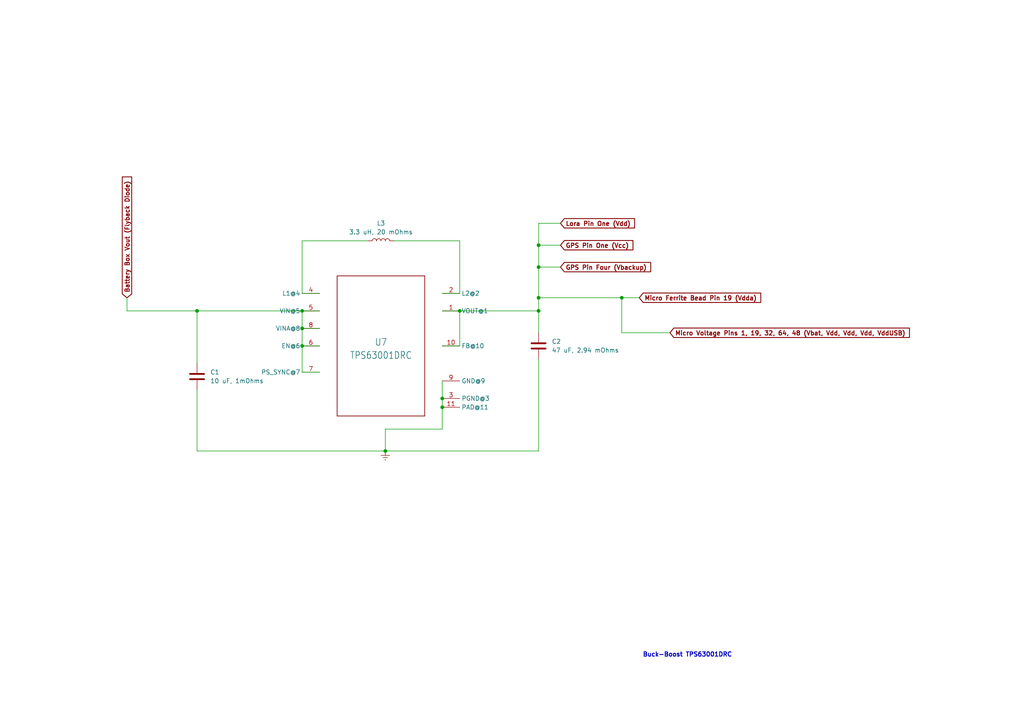
<source format=kicad_sch>
(kicad_sch (version 20231120) (generator "eeschema") (generator_version "8.0")
  (paper "A4")
  (lib_symbols
    (symbol "2024-09-27_13-12-33-eagle-import:TPS63001DRCRTPS63001DRCR"
      (property "Reference" "U" (at 0 2.54 0))
      (symbol "TPS63001DRCRTPS63001DRCR_1_0"
        (polyline (pts (xy -12.7 -20.32) (xy 12.7 -20.32)) (stroke (width 0.2032)))
        (polyline (pts (xy -12.7 20.32) (xy -12.7 -20.32)) (stroke (width 0.2032)))
        (polyline (pts (xy 12.7 -20.32) (xy 12.7 20.32)) (stroke (width 0.2032)))
        (polyline (pts (xy 12.7 20.32) (xy -12.7 20.32)) (stroke (width 0.2032)))
        (pin power_in line (at 17.78 10.16 0) (length 5.08) (name "VOUT@1") (number "1"))
        (pin input line (at 17.78 0 0) (length 5.08) (name "FB@10") (number "10"))
        (pin power_in line (at 17.78 -17.78 0) (length 5.08) (name "PAD@11") (number "11"))
        (pin passive line (at 17.78 15.24 0) (length 5.08) (name "L2@2") (number "2"))
        (pin power_in line (at 17.78 -15.24 0) (length 5.08) (name "PGND@3") (number "3"))
        (pin passive line (at -17.78 15.24 180) (length 5.08) (name "L1@4") (number "4"))
        (pin power_in line (at -17.78 10.16 180) (length 5.08) (name "VIN@5") (number "5"))
        (pin input line (at -17.78 0 180) (length 5.08) (name "EN@6") (number "6"))
        (pin input line (at -17.78 -7.62 180) (length 5.08) (name "PS_SYNC@7") (number "7"))
        (pin power_in line (at -17.78 5.08 180) (length 5.08) (name "VINA@8") (number "8"))
        (pin power_in line (at 17.78 -10.16 0) (length 5.08) (name "GND@9") (number "9"))
      )
    )
    (symbol "Device:C" (pin_numbers hide) (pin_names (offset 0.254))
      (property "Reference" "C" (at 0.635 2.54 0))
      (property "Value" "C" (at 0.635 -2.54 0))
      (symbol "C_0_1"
        (polyline (pts (xy -2.032 -0.762) (xy 2.032 -0.762)) (stroke (width 0.508)))
        (polyline (pts (xy -2.032 0.762) (xy 2.032 0.762)) (stroke (width 0.508)))
      )
      (symbol "C_1_1"
        (pin passive line (at 0 3.81 270) (length 2.794) (name "~") (number "1"))
        (pin passive line (at 0 -3.81 90) (length 2.794) (name "~") (number "2"))
      )
    )
    (symbol "Device:L" (pin_numbers hide) (pin_names (offset 1.016) hide)
      (property "Reference" "L" (at -1.27 0 90))
      (property "Value" "L" (at 1.905 0 90))
      (symbol "L_0_1"
        (arc (start 0 -2.54) (mid 0.6323 -1.905) (end 0 -1.27))
        (arc (start 0 -1.27) (mid 0.6323 -0.635) (end 0 0))
        (arc (start 0 0) (mid 0.6323 0.635) (end 0 1.27))
        (arc (start 0 1.27) (mid 0.6323 1.905) (end 0 2.54))
      )
      (symbol "L_1_1"
        (pin passive line (at 0 3.81 270) (length 1.27) (name "1") (number "1"))
        (pin passive line (at 0 -3.81 90) (length 1.27) (name "2") (number "2"))
      )
    )
    (symbol "power:Earth" (power) (pin_names (offset 0))
      (symbol "Earth_0_1"
        (polyline (pts (xy -0.635 -1.905) (xy 0.635 -1.905)))
        (polyline (pts (xy -0.127 -2.54) (xy 0.127 -2.54)))
        (polyline (pts (xy 0 -1.27) (xy 0 0)))
        (polyline (pts (xy 1.27 -1.27) (xy -1.27 -1.27)))
      )
      (symbol "Earth_1_1"
        (pin power_in line (at 0 0 270) (length 0) hide (name "Earth") (number "1"))
      )
    )
  )
  (junction (at 133.35 90.17))
  (junction (at 57.15 90.17))
  (junction (at 180.34 86.36))
  (junction (at 87.63 100.33))
  (junction (at 128.27 118.11))
  (junction (at 111.76 130.81))
  (junction (at 128.27 115.57))
  (junction (at 156.21 86.36))
  (junction (at 156.21 90.17))
  (junction (at 156.21 77.47))
  (junction (at 87.63 90.17))
  (junction (at 156.21 71.12))
  (junction (at 87.63 95.25))
  (wire (pts (xy 87.63 107.95) (xy 92.71 107.95)))
  (wire (pts (xy 87.63 100.33) (xy 87.63 107.95)))
  (wire (pts (xy 180.34 86.36) (xy 185.42 86.36)))
  (wire (pts (xy 111.76 124.46) (xy 111.76 130.81)))
  (wire (pts (xy 57.15 113.03) (xy 57.15 130.81)))
  (wire (pts (xy 156.21 104.14) (xy 156.21 130.81)))
  (wire (pts (xy 156.21 90.17) (xy 156.21 86.36)))
  (wire (pts (xy 92.71 85.09) (xy 87.63 85.09)))
  (wire (pts (xy 128.27 85.09) (xy 133.35 85.09)))
  (wire (pts (xy 57.15 130.81) (xy 111.76 130.81)))
  (wire (pts (xy 128.27 110.49) (xy 128.27 115.57)))
  (wire (pts (xy 128.27 124.46) (xy 111.76 124.46)))
  (wire (pts (xy 156.21 71.12) (xy 162.56 71.12)))
  (wire (pts (xy 180.34 96.52) (xy 194.31 96.52)))
  (wire (pts (xy 156.21 130.81) (xy 111.76 130.81)))
  (wire (pts (xy 133.35 90.17) (xy 133.35 100.33)))
  (wire (pts (xy 87.63 69.85) (xy 106.68 69.85)))
  (wire (pts (xy 156.21 86.36) (xy 180.34 86.36)))
  (wire (pts (xy 128.27 115.57) (xy 128.27 118.11)))
  (wire (pts (xy 57.15 105.41) (xy 57.15 90.17)))
  (wire (pts (xy 133.35 69.85) (xy 114.3 69.85)))
  (wire (pts (xy 87.63 85.09) (xy 87.63 69.85)))
  (wire (pts (xy 87.63 95.25) (xy 92.71 95.25)))
  (wire (pts (xy 133.35 90.17) (xy 156.21 90.17)))
  (wire (pts (xy 156.21 64.77) (xy 162.56 64.77)))
  (wire (pts (xy 128.27 90.17) (xy 133.35 90.17)))
  (wire (pts (xy 133.35 85.09) (xy 133.35 69.85)))
  (wire (pts (xy 180.34 86.36) (xy 180.34 96.52)))
  (wire (pts (xy 36.83 90.17) (xy 57.15 90.17)))
  (wire (pts (xy 128.27 100.33) (xy 133.35 100.33)))
  (wire (pts (xy 156.21 90.17) (xy 156.21 96.52)))
  (wire (pts (xy 87.63 90.17) (xy 92.71 90.17)))
  (wire (pts (xy 156.21 77.47) (xy 162.56 77.47)))
  (wire (pts (xy 128.27 118.11) (xy 128.27 124.46)))
  (wire (pts (xy 87.63 95.25) (xy 87.63 100.33)))
  (wire (pts (xy 57.15 90.17) (xy 87.63 90.17)))
  (wire (pts (xy 156.21 71.12) (xy 156.21 64.77)))
  (wire (pts (xy 87.63 100.33) (xy 92.71 100.33)))
  (wire (pts (xy 36.83 86.36) (xy 36.83 90.17)))
  (wire (pts (xy 156.21 77.47) (xy 156.21 71.12)))
  (wire (pts (xy 87.63 90.17) (xy 87.63 95.25)))
  (wire (pts (xy 156.21 86.36) (xy 156.21 77.47)))
  (text "Buck-Boost TPS63001DRC\n" (at 199.39 189.992 0) (effects (font (size 1.27 1.27) (thickness 0.254) (bold yes))))
  (global_label "Micro Ferrite Bead Pin 19 (Vdda)" (shape input) (at 185.42 86.36 0) (effects (font (bold yes))) (property "Intersheetrefs" "${INTERSHEET_REFS}" (effects (hide yes))))
  (global_label "Battery Box Vout (Flyback Diode)" (shape input) (at 36.83 86.36 90) (effects (font (bold yes))) (property "Intersheetrefs" "${INTERSHEET_REFS}" (effects (hide yes))))
  (global_label "Micro Voltage Pins 1, 19, 32, 64, 48 (Vbat, Vdd, Vdd, Vdd, VddUSB)" (shape input) (at 194.31 96.52 0) (effects (font (bold yes))) (property "Intersheetrefs" "${INTERSHEET_REFS}" (effects (hide yes))))
  (global_label "GPS Pin Four (Vbackup)" (shape input) (at 162.56 77.47 0) (effects (font (bold yes))) (property "Intersheetrefs" "${INTERSHEET_REFS}" (effects (hide yes))))
  (global_label "Lora Pin One (Vdd)" (shape input) (at 162.56 64.77 0) (effects (font (bold yes))) (property "Intersheetrefs" "${INTERSHEET_REFS}" (effects (hide yes))))
  (global_label "GPS Pin One (Vcc)" (shape input) (at 162.56 71.12 0) (effects (font (bold yes))) (property "Intersheetrefs" "${INTERSHEET_REFS}" (effects (hide yes))))
  (symbol (lib_id "Device:C") (at 156.21 100.33 0) (unit 1)
    (property "Reference" "C2" (at 160.02 99.0599 0) (effects (justify left)))
    (property "Value" "47 uF, 2.94 mOhms" (at 160.02 101.5999 0) (effects (justify left)))
  )
  (symbol (lib_id "power:Earth") (at 111.76 130.81 0) (unit 1)
    (property "Reference" "#PWR07" (effects (hide yes)))
    (property "Value" "Earth" (effects (hide yes)))
  )
  (symbol (lib_id "2024-09-27_13-12-33-eagle-import:TPS63001DRCRTPS63001DRCR") (at 110.49 100.33 0) (unit 1)
    (property "Reference" "U7" (at 110.49 100.33 0) (effects (font (size 2 1.7)) (justify bottom)))
    (property "Value" "TPS63001DRC" (at 110.49 104.14 0) (effects (font (size 2 1.7)) (justify bottom)))
    (property "Footprint" "Buck-Boost Converter Chip:DRC0010J" (effects (hide yes)))
  )
  (symbol (lib_id "Device:C") (at 57.15 109.22 0) (unit 1)
    (property "Reference" "C1" (at 60.96 107.9499 0) (effects (justify left)))
    (property "Value" "10 uF, 1mOhms" (at 60.96 110.4899 0) (effects (justify left)))
  )
  (symbol (lib_id "Device:L") (at 110.49 69.85 90) (unit 1)
    (property "Reference" "L3" (at 110.49 64.77 90))
    (property "Value" "3.3 uH, 20 mOhms" (at 110.49 67.31 90))
  )
)
</source>
